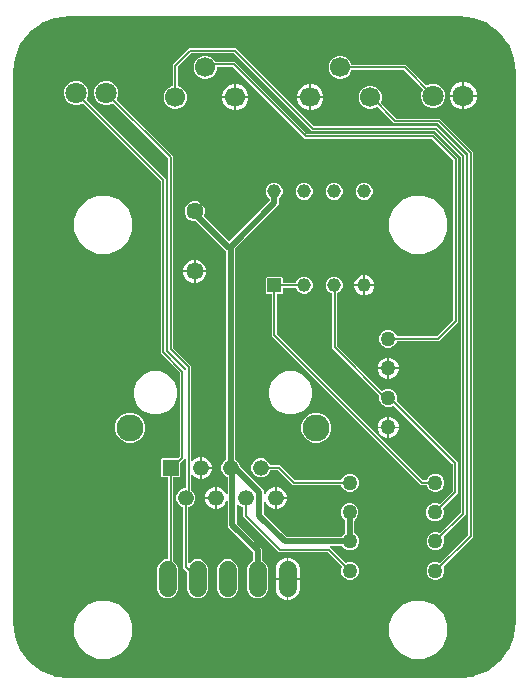
<source format=gbr>
G04 EAGLE Gerber RS-274X export*
G75*
%MOMM*%
%FSLAX34Y34*%
%LPD*%
%INTop Copper*%
%IPPOS*%
%AMOC8*
5,1,8,0,0,1.08239X$1,22.5*%
G01*
G04 Define Apertures*
%ADD10C,1.800000*%
%ADD11C,1.260000*%
%ADD12C,1.524000*%
%ADD13C,1.700000*%
%ADD14C,2.280000*%
%ADD15R,1.335000X1.335000*%
%ADD16C,1.335000*%
%ADD17C,1.450000*%
%ADD18R,1.170000X1.170000*%
%ADD19C,1.170000*%
%ADD20C,0.152400*%
%ADD21C,0.508000*%
G36*
X337249Y3309D02*
X337150Y3302D01*
X6820Y3302D01*
X6721Y3309D01*
X-5497Y4917D01*
X-5689Y4969D01*
X-17075Y9684D01*
X-17247Y9784D01*
X-27024Y17286D01*
X-27164Y17426D01*
X-34666Y27203D01*
X-34766Y27375D01*
X-39482Y38761D01*
X-39533Y38953D01*
X-41141Y51171D01*
X-41148Y51270D01*
X-41148Y516295D01*
X-41141Y516394D01*
X-39533Y528612D01*
X-39482Y528804D01*
X-34766Y540190D01*
X-34666Y540362D01*
X-27164Y550139D01*
X-27024Y550279D01*
X-17247Y557781D01*
X-17075Y557881D01*
X-5689Y562597D01*
X-5497Y562648D01*
X6721Y564256D01*
X6820Y564263D01*
X337150Y564263D01*
X337249Y564256D01*
X349467Y562648D01*
X349659Y562597D01*
X361045Y557881D01*
X361217Y557781D01*
X370994Y550279D01*
X371134Y550139D01*
X378636Y540362D01*
X378736Y540190D01*
X383452Y528804D01*
X383503Y528612D01*
X385111Y516394D01*
X385118Y516295D01*
X385118Y51270D01*
X385111Y51171D01*
X383503Y38953D01*
X383452Y38761D01*
X378736Y27375D01*
X378636Y27203D01*
X371134Y17426D01*
X370994Y17286D01*
X361217Y9784D01*
X361045Y9684D01*
X349659Y4969D01*
X349467Y4917D01*
X337249Y3309D01*
G37*
%LPC*%
G36*
X315364Y111810D02*
X318376Y111810D01*
X321158Y112962D01*
X323288Y115092D01*
X324440Y117874D01*
X324440Y120886D01*
X323700Y122671D01*
X323642Y122951D01*
X323698Y123249D01*
X323866Y123502D01*
X342392Y142028D01*
X342392Y446612D01*
X318342Y470662D01*
X214517Y470662D01*
X214231Y470718D01*
X213979Y470885D01*
X148162Y536702D01*
X108378Y536702D01*
X94488Y522812D01*
X94488Y505542D01*
X94435Y505262D01*
X94269Y505008D01*
X94018Y504838D01*
X90986Y503583D01*
X88237Y500834D01*
X86750Y497243D01*
X86750Y493357D01*
X88237Y489766D01*
X90986Y487017D01*
X94577Y485530D01*
X98463Y485530D01*
X102054Y487017D01*
X104803Y489766D01*
X106290Y493357D01*
X106290Y497243D01*
X104803Y500834D01*
X102054Y503583D01*
X99022Y504838D01*
X98784Y504995D01*
X98612Y505245D01*
X98552Y505542D01*
X98552Y520813D01*
X98608Y521099D01*
X98775Y521352D01*
X109839Y532415D01*
X110080Y532578D01*
X110377Y532638D01*
X146163Y532638D01*
X146449Y532582D01*
X146702Y532415D01*
X212518Y466598D01*
X316343Y466598D01*
X316629Y466542D01*
X316882Y466375D01*
X338105Y445152D01*
X338268Y444910D01*
X338328Y444613D01*
X338328Y144027D01*
X338272Y143741D01*
X338105Y143489D01*
X320992Y126376D01*
X320756Y126215D01*
X320459Y126152D01*
X320161Y126210D01*
X318376Y126950D01*
X315364Y126950D01*
X312582Y125798D01*
X310452Y123668D01*
X309300Y120886D01*
X309300Y117874D01*
X310452Y115092D01*
X312582Y112962D01*
X315364Y111810D01*
G37*
G36*
X312917Y486300D02*
X317003Y486300D01*
X320778Y487864D01*
X323666Y490753D01*
X325230Y494527D01*
X325230Y498613D01*
X323666Y502388D01*
X320778Y505276D01*
X317003Y506840D01*
X312917Y506840D01*
X309602Y505467D01*
X309323Y505409D01*
X309025Y505465D01*
X308772Y505632D01*
X291672Y522732D01*
X246462Y522732D01*
X246182Y522785D01*
X245928Y522951D01*
X245758Y523202D01*
X244503Y526234D01*
X241754Y528983D01*
X238163Y530470D01*
X234277Y530470D01*
X230686Y528983D01*
X227937Y526234D01*
X226450Y522643D01*
X226450Y518757D01*
X227937Y515166D01*
X230686Y512417D01*
X234277Y510930D01*
X238163Y510930D01*
X241754Y512417D01*
X244503Y515166D01*
X245758Y518198D01*
X245915Y518436D01*
X246165Y518608D01*
X246462Y518668D01*
X289673Y518668D01*
X289959Y518612D01*
X290212Y518445D01*
X305898Y502758D01*
X306058Y502522D01*
X306121Y502226D01*
X306063Y501928D01*
X304690Y498613D01*
X304690Y494527D01*
X306254Y490753D01*
X309143Y487864D01*
X312917Y486300D01*
G37*
G36*
X275354Y283260D02*
X278366Y283260D01*
X281148Y284412D01*
X283278Y286542D01*
X284017Y288328D01*
X284174Y288566D01*
X284424Y288738D01*
X284721Y288798D01*
X319823Y288798D01*
X336042Y305017D01*
X336042Y444072D01*
X315802Y464312D01*
X208167Y464312D01*
X207881Y464368D01*
X207629Y464535D01*
X146892Y525272D01*
X131110Y525272D01*
X130830Y525325D01*
X130576Y525491D01*
X130406Y525742D01*
X130203Y526234D01*
X127454Y528983D01*
X123863Y530470D01*
X119977Y530470D01*
X116386Y528983D01*
X113637Y526234D01*
X112150Y522643D01*
X112150Y518757D01*
X113637Y515166D01*
X116386Y512417D01*
X119977Y510930D01*
X123863Y510930D01*
X127454Y512417D01*
X130203Y515166D01*
X131690Y518757D01*
X131690Y520446D01*
X131741Y520721D01*
X131905Y520976D01*
X132155Y521148D01*
X132452Y521208D01*
X144893Y521208D01*
X145179Y521152D01*
X145432Y520985D01*
X206168Y460248D01*
X313803Y460248D01*
X314089Y460192D01*
X314342Y460025D01*
X331755Y442612D01*
X331918Y442370D01*
X331978Y442073D01*
X331978Y307016D01*
X331922Y306730D01*
X331755Y306477D01*
X318363Y293085D01*
X318121Y292922D01*
X317824Y292862D01*
X284721Y292862D01*
X284441Y292915D01*
X284187Y293081D01*
X284017Y293332D01*
X283278Y295118D01*
X281148Y297248D01*
X278366Y298400D01*
X275354Y298400D01*
X272572Y297248D01*
X270442Y295118D01*
X269290Y292336D01*
X269290Y289324D01*
X270442Y286542D01*
X272572Y284412D01*
X275354Y283260D01*
G37*
G36*
X88277Y70995D02*
X91813Y70995D01*
X95081Y72348D01*
X97582Y74849D01*
X98935Y78117D01*
X98935Y96893D01*
X97582Y100161D01*
X94988Y102755D01*
X94974Y102764D01*
X94802Y103014D01*
X94742Y103311D01*
X94742Y172903D01*
X94793Y173178D01*
X94957Y173433D01*
X95207Y173605D01*
X95504Y173665D01*
X99911Y173665D01*
X100655Y174409D01*
X100655Y185096D01*
X100711Y185382D01*
X100878Y185635D01*
X104617Y189374D01*
X104837Y189527D01*
X105132Y189596D01*
X105431Y189545D01*
X105686Y189382D01*
X105858Y189132D01*
X105918Y188835D01*
X105918Y164917D01*
X105867Y164642D01*
X105703Y164387D01*
X105453Y164215D01*
X105156Y164155D01*
X103830Y164155D01*
X100910Y162945D01*
X98675Y160711D01*
X97465Y157790D01*
X97465Y154630D01*
X98675Y151710D01*
X100910Y149475D01*
X102908Y148647D01*
X103146Y148490D01*
X103318Y148240D01*
X103378Y147943D01*
X103378Y96698D01*
X106332Y93744D01*
X106495Y93503D01*
X106555Y93206D01*
X106555Y78117D01*
X107908Y74849D01*
X110409Y72348D01*
X113677Y70995D01*
X117213Y70995D01*
X120481Y72348D01*
X122982Y74849D01*
X124335Y78117D01*
X124335Y96893D01*
X122982Y100161D01*
X120481Y102662D01*
X117213Y104015D01*
X113677Y104015D01*
X110409Y102662D01*
X108743Y100995D01*
X108523Y100842D01*
X108228Y100772D01*
X107929Y100823D01*
X107674Y100987D01*
X107502Y101237D01*
X107442Y101534D01*
X107442Y147943D01*
X107495Y148223D01*
X107661Y148477D01*
X107912Y148647D01*
X109911Y149475D01*
X112145Y151710D01*
X113355Y154630D01*
X113355Y157790D01*
X112145Y160711D01*
X110205Y162651D01*
X110042Y162892D01*
X109982Y163190D01*
X109982Y174866D01*
X110029Y175130D01*
X110188Y175388D01*
X110436Y175563D01*
X110732Y175628D01*
X111030Y175573D01*
X111283Y175405D01*
X112890Y173798D01*
X116277Y172395D01*
X117348Y172395D01*
X117348Y190825D01*
X116277Y190825D01*
X112890Y189422D01*
X111283Y187815D01*
X111063Y187662D01*
X110768Y187592D01*
X110469Y187643D01*
X110214Y187806D01*
X110042Y188056D01*
X109982Y188354D01*
X109982Y267542D01*
X94965Y282559D01*
X94802Y282800D01*
X94742Y283097D01*
X94742Y445342D01*
X47162Y492922D01*
X47002Y493158D01*
X46939Y493454D01*
X46997Y493752D01*
X48370Y497067D01*
X48370Y501153D01*
X46806Y504928D01*
X43918Y507816D01*
X40143Y509380D01*
X36057Y509380D01*
X32283Y507816D01*
X29394Y504928D01*
X27830Y501153D01*
X27830Y497067D01*
X29394Y493293D01*
X32283Y490404D01*
X36057Y488840D01*
X40143Y488840D01*
X43458Y490213D01*
X43737Y490271D01*
X44036Y490215D01*
X44288Y490048D01*
X90455Y443882D01*
X90618Y443640D01*
X90678Y443343D01*
X90678Y281098D01*
X105695Y266082D01*
X105858Y265840D01*
X105918Y265543D01*
X105918Y264555D01*
X105871Y264292D01*
X105712Y264034D01*
X105464Y263859D01*
X105168Y263793D01*
X104870Y263849D01*
X104617Y264017D01*
X88615Y280019D01*
X88452Y280260D01*
X88392Y280557D01*
X88392Y426292D01*
X21762Y492922D01*
X21602Y493158D01*
X21539Y493454D01*
X21597Y493752D01*
X22970Y497067D01*
X22970Y501153D01*
X21406Y504928D01*
X18518Y507816D01*
X14743Y509380D01*
X10657Y509380D01*
X6883Y507816D01*
X3994Y504928D01*
X2430Y501153D01*
X2430Y497067D01*
X3994Y493293D01*
X6883Y490404D01*
X10657Y488840D01*
X14743Y488840D01*
X18058Y490213D01*
X18337Y490271D01*
X18636Y490215D01*
X18888Y490048D01*
X84105Y424832D01*
X84268Y424590D01*
X84328Y424293D01*
X84328Y278558D01*
X100361Y262526D01*
X100524Y262284D01*
X100584Y261987D01*
X100584Y191403D01*
X100528Y191117D01*
X100361Y190865D01*
X99275Y189778D01*
X99033Y189615D01*
X98736Y189555D01*
X85509Y189555D01*
X84765Y188811D01*
X84765Y174409D01*
X85509Y173665D01*
X89916Y173665D01*
X90191Y173614D01*
X90446Y173450D01*
X90618Y173200D01*
X90678Y172903D01*
X90678Y104777D01*
X90627Y104502D01*
X90463Y104247D01*
X90213Y104075D01*
X89916Y104015D01*
X88277Y104015D01*
X85009Y102662D01*
X82508Y100161D01*
X81155Y96893D01*
X81155Y78117D01*
X82508Y74849D01*
X85009Y72348D01*
X88277Y70995D01*
G37*
G36*
X328820Y497332D02*
X339598Y497332D01*
X339598Y508110D01*
X338065Y508110D01*
X333823Y506353D01*
X330577Y503107D01*
X328820Y498865D01*
X328820Y497332D01*
G37*
G36*
X341122Y497332D02*
X351900Y497332D01*
X351900Y498865D01*
X350143Y503107D01*
X346897Y506353D01*
X342655Y508110D01*
X341122Y508110D01*
X341122Y497332D01*
G37*
G36*
X136280Y496062D02*
X146558Y496062D01*
X146558Y506340D01*
X145124Y506340D01*
X141066Y504659D01*
X137961Y501554D01*
X136280Y497496D01*
X136280Y496062D01*
G37*
G36*
X199780Y496062D02*
X210058Y496062D01*
X210058Y506340D01*
X208624Y506340D01*
X204566Y504659D01*
X201461Y501554D01*
X199780Y497496D01*
X199780Y496062D01*
G37*
G36*
X211582Y496062D02*
X221860Y496062D01*
X221860Y497496D01*
X220179Y501554D01*
X217074Y504659D01*
X213016Y506340D01*
X211582Y506340D01*
X211582Y496062D01*
G37*
G36*
X148082Y496062D02*
X158360Y496062D01*
X158360Y497496D01*
X156679Y501554D01*
X153574Y504659D01*
X149516Y506340D01*
X148082Y506340D01*
X148082Y496062D01*
G37*
G36*
X315364Y86762D02*
X318376Y86762D01*
X321158Y87914D01*
X323288Y90044D01*
X324440Y92826D01*
X324440Y95838D01*
X323700Y97623D01*
X323642Y97903D01*
X323698Y98201D01*
X323866Y98454D01*
X348742Y123330D01*
X348742Y449293D01*
X320769Y477266D01*
X284113Y477266D01*
X283827Y477322D01*
X283575Y477489D01*
X270671Y490392D01*
X270511Y490628D01*
X270448Y490925D01*
X270506Y491223D01*
X271390Y493357D01*
X271390Y497243D01*
X269903Y500834D01*
X267154Y503583D01*
X263563Y505070D01*
X259677Y505070D01*
X256086Y503583D01*
X253337Y500834D01*
X251850Y497243D01*
X251850Y493357D01*
X253337Y489766D01*
X256086Y487017D01*
X259677Y485530D01*
X263563Y485530D01*
X267154Y487017D01*
X267188Y487051D01*
X267418Y487209D01*
X267714Y487274D01*
X268013Y487218D01*
X268265Y487051D01*
X282114Y473202D01*
X318770Y473202D01*
X319056Y473146D01*
X319309Y472979D01*
X344455Y447833D01*
X344618Y447591D01*
X344678Y447294D01*
X344678Y125329D01*
X344622Y125043D01*
X344455Y124791D01*
X320992Y101328D01*
X320756Y101167D01*
X320459Y101104D01*
X320161Y101162D01*
X318376Y101902D01*
X315364Y101902D01*
X312582Y100750D01*
X310452Y98620D01*
X309300Y95838D01*
X309300Y92826D01*
X310452Y90044D01*
X312582Y87914D01*
X315364Y86762D01*
G37*
G36*
X341122Y485030D02*
X342655Y485030D01*
X346897Y486787D01*
X350143Y490033D01*
X351900Y494275D01*
X351900Y495808D01*
X341122Y495808D01*
X341122Y485030D01*
G37*
G36*
X338065Y485030D02*
X339598Y485030D01*
X339598Y495808D01*
X328820Y495808D01*
X328820Y494275D01*
X330577Y490033D01*
X333823Y486787D01*
X338065Y485030D01*
G37*
G36*
X145124Y484260D02*
X146558Y484260D01*
X146558Y494538D01*
X136280Y494538D01*
X136280Y493104D01*
X137961Y489046D01*
X141066Y485941D01*
X145124Y484260D01*
G37*
G36*
X148082Y484260D02*
X149516Y484260D01*
X153574Y485941D01*
X156679Y489046D01*
X158360Y493104D01*
X158360Y494538D01*
X148082Y494538D01*
X148082Y484260D01*
G37*
G36*
X208624Y484260D02*
X210058Y484260D01*
X210058Y494538D01*
X199780Y494538D01*
X199780Y493104D01*
X201461Y489046D01*
X204566Y485941D01*
X208624Y484260D01*
G37*
G36*
X211582Y484260D02*
X213016Y484260D01*
X217074Y485941D01*
X220179Y489046D01*
X221860Y493104D01*
X221860Y494538D01*
X211582Y494538D01*
X211582Y484260D01*
G37*
G36*
X229724Y408500D02*
X232556Y408500D01*
X235173Y409584D01*
X237176Y411587D01*
X238260Y414204D01*
X238260Y417036D01*
X237176Y419653D01*
X235173Y421656D01*
X232556Y422740D01*
X229724Y422740D01*
X227107Y421656D01*
X225104Y419653D01*
X224020Y417036D01*
X224020Y414204D01*
X225104Y411587D01*
X227107Y409584D01*
X229724Y408500D01*
G37*
G36*
X255124Y408500D02*
X257956Y408500D01*
X260573Y409584D01*
X262576Y411587D01*
X263660Y414204D01*
X263660Y417036D01*
X262576Y419653D01*
X260573Y421656D01*
X257956Y422740D01*
X255124Y422740D01*
X252507Y421656D01*
X250504Y419653D01*
X249420Y417036D01*
X249420Y414204D01*
X250504Y411587D01*
X252507Y409584D01*
X255124Y408500D01*
G37*
G36*
X204324Y408500D02*
X207156Y408500D01*
X209773Y409584D01*
X211776Y411587D01*
X212860Y414204D01*
X212860Y417036D01*
X211776Y419653D01*
X209773Y421656D01*
X207156Y422740D01*
X204324Y422740D01*
X201707Y421656D01*
X199704Y419653D01*
X198620Y417036D01*
X198620Y414204D01*
X199704Y411587D01*
X201707Y409584D01*
X204324Y408500D01*
G37*
G36*
X164477Y70995D02*
X168013Y70995D01*
X171281Y72348D01*
X173782Y74849D01*
X175135Y78117D01*
X175135Y96893D01*
X173782Y100161D01*
X171281Y102662D01*
X170525Y102974D01*
X170287Y103131D01*
X170115Y103381D01*
X170055Y103678D01*
X170055Y113213D01*
X148813Y134455D01*
X148650Y134696D01*
X148590Y134994D01*
X148590Y150754D01*
X148637Y151018D01*
X148796Y151276D01*
X149044Y151451D01*
X149340Y151516D01*
X149638Y151461D01*
X149891Y151293D01*
X151710Y149475D01*
X153708Y148647D01*
X153946Y148490D01*
X154118Y148240D01*
X154178Y147943D01*
X154178Y140128D01*
X184226Y110080D01*
X225533Y110080D01*
X225819Y110024D01*
X226072Y109857D01*
X237474Y98454D01*
X237635Y98218D01*
X237698Y97921D01*
X237640Y97623D01*
X236900Y95838D01*
X236900Y92826D01*
X238052Y90044D01*
X240182Y87914D01*
X242964Y86762D01*
X245976Y86762D01*
X248758Y87914D01*
X250888Y90044D01*
X252040Y92826D01*
X252040Y95838D01*
X250888Y98620D01*
X248758Y100750D01*
X245976Y101902D01*
X242964Y101902D01*
X241179Y101162D01*
X240899Y101104D01*
X240601Y101160D01*
X240348Y101328D01*
X227407Y114269D01*
X227254Y114489D01*
X227184Y114784D01*
X227235Y115083D01*
X227398Y115338D01*
X227648Y115510D01*
X227945Y115570D01*
X237345Y115570D01*
X237626Y115517D01*
X237880Y115351D01*
X238049Y115100D01*
X238052Y115092D01*
X240182Y112962D01*
X242964Y111810D01*
X245976Y111810D01*
X248758Y112962D01*
X250888Y115092D01*
X252040Y117874D01*
X252040Y120886D01*
X250888Y123668D01*
X248758Y125798D01*
X248750Y125801D01*
X248512Y125957D01*
X248340Y126208D01*
X248280Y126505D01*
X248280Y137003D01*
X248336Y137289D01*
X248503Y137542D01*
X250536Y139574D01*
X251688Y142356D01*
X251688Y145368D01*
X250536Y148150D01*
X248406Y150280D01*
X245624Y151432D01*
X242612Y151432D01*
X239830Y150280D01*
X237700Y148150D01*
X236548Y145368D01*
X236548Y142356D01*
X237700Y139574D01*
X239830Y137444D01*
X240190Y137296D01*
X240428Y137139D01*
X240600Y136889D01*
X240660Y136592D01*
X240660Y126505D01*
X240607Y126224D01*
X240441Y125970D01*
X240190Y125801D01*
X240182Y125798D01*
X238052Y123668D01*
X238049Y123660D01*
X237893Y123422D01*
X237643Y123250D01*
X237345Y123190D01*
X191510Y123190D01*
X191224Y123246D01*
X190971Y123413D01*
X171856Y142528D01*
X171693Y142770D01*
X171633Y143067D01*
X171633Y152386D01*
X171678Y152643D01*
X171835Y152903D01*
X172081Y153080D01*
X172377Y153148D01*
X172675Y153094D01*
X172930Y152929D01*
X173099Y152677D01*
X173798Y150990D01*
X176390Y148398D01*
X179777Y146995D01*
X180848Y146995D01*
X180848Y165425D01*
X179777Y165425D01*
X176390Y164022D01*
X173798Y161430D01*
X173099Y159743D01*
X172959Y159522D01*
X172714Y159342D01*
X172419Y159273D01*
X172120Y159323D01*
X171865Y159487D01*
X171693Y159737D01*
X171633Y160034D01*
X171633Y162685D01*
X151678Y182640D01*
X151515Y182882D01*
X151455Y183179D01*
X151455Y183190D01*
X150245Y186111D01*
X148011Y188345D01*
X147784Y188439D01*
X147546Y188596D01*
X147374Y188846D01*
X147314Y189143D01*
X147314Y367060D01*
X147370Y367346D01*
X147537Y367599D01*
X184150Y404212D01*
X184150Y409045D01*
X184206Y409331D01*
X184373Y409584D01*
X186376Y411587D01*
X187460Y414204D01*
X187460Y417036D01*
X186376Y419653D01*
X184373Y421656D01*
X181756Y422740D01*
X178924Y422740D01*
X176307Y421656D01*
X174304Y419653D01*
X173220Y417036D01*
X173220Y414204D01*
X174304Y411587D01*
X176307Y409584D01*
X176470Y409342D01*
X176530Y409045D01*
X176530Y407684D01*
X176474Y407398D01*
X176307Y407145D01*
X142773Y373611D01*
X142542Y373453D01*
X142246Y373388D01*
X141948Y373443D01*
X141695Y373611D01*
X120935Y394371D01*
X120775Y394607D01*
X120712Y394904D01*
X120770Y395202D01*
X121550Y397085D01*
X121550Y400475D01*
X120253Y403606D01*
X117856Y406003D01*
X114725Y407300D01*
X111335Y407300D01*
X108204Y406003D01*
X105807Y403606D01*
X104510Y400475D01*
X104510Y397085D01*
X105807Y393954D01*
X108204Y391557D01*
X111335Y390260D01*
X113954Y390260D01*
X114240Y390204D01*
X114493Y390037D01*
X139471Y365059D01*
X139634Y364817D01*
X139694Y364520D01*
X139694Y189138D01*
X139641Y188858D01*
X139475Y188604D01*
X139224Y188434D01*
X139010Y188345D01*
X136775Y186111D01*
X135565Y183190D01*
X135565Y180030D01*
X136775Y177110D01*
X139010Y174875D01*
X140500Y174257D01*
X140738Y174101D01*
X140910Y173851D01*
X140970Y173553D01*
X140970Y159592D01*
X140925Y159335D01*
X140768Y159076D01*
X140522Y158898D01*
X140226Y158831D01*
X139928Y158884D01*
X139674Y159049D01*
X139504Y159301D01*
X138622Y161430D01*
X136030Y164022D01*
X132643Y165425D01*
X131572Y165425D01*
X131572Y146995D01*
X132643Y146995D01*
X136030Y148398D01*
X138622Y150990D01*
X139504Y153119D01*
X139644Y153340D01*
X139889Y153519D01*
X140184Y153589D01*
X140483Y153538D01*
X140738Y153375D01*
X140910Y153125D01*
X140970Y152828D01*
X140970Y131522D01*
X162212Y110280D01*
X162375Y110038D01*
X162435Y109741D01*
X162435Y103678D01*
X162382Y103398D01*
X162216Y103144D01*
X161965Y102974D01*
X161209Y102662D01*
X158708Y100161D01*
X157355Y96893D01*
X157355Y78117D01*
X158708Y74849D01*
X161209Y72348D01*
X164477Y70995D01*
G37*
G36*
X297380Y362818D02*
X307140Y362818D01*
X316156Y366553D01*
X323057Y373454D01*
X326792Y382470D01*
X326792Y392230D01*
X323057Y401246D01*
X316156Y408147D01*
X307140Y411882D01*
X297380Y411882D01*
X288364Y408147D01*
X281463Y401246D01*
X277728Y392230D01*
X277728Y382470D01*
X281463Y373454D01*
X288364Y366553D01*
X297380Y362818D01*
G37*
G36*
X30680Y362818D02*
X40440Y362818D01*
X49456Y366553D01*
X56357Y373454D01*
X60092Y382470D01*
X60092Y392230D01*
X56357Y401246D01*
X49456Y408147D01*
X40440Y411882D01*
X30680Y411882D01*
X21664Y408147D01*
X14763Y401246D01*
X11028Y392230D01*
X11028Y382470D01*
X14763Y373454D01*
X21664Y366553D01*
X30680Y362818D01*
G37*
G36*
X113792Y348742D02*
X122820Y348742D01*
X122820Y349927D01*
X121330Y353526D01*
X118576Y356280D01*
X114977Y357770D01*
X113792Y357770D01*
X113792Y348742D01*
G37*
G36*
X103240Y348742D02*
X112268Y348742D01*
X112268Y357770D01*
X111083Y357770D01*
X107484Y356280D01*
X104730Y353526D01*
X103240Y349927D01*
X103240Y348742D01*
G37*
G36*
X111083Y338190D02*
X112268Y338190D01*
X112268Y347218D01*
X103240Y347218D01*
X103240Y346033D01*
X104730Y342434D01*
X107484Y339680D01*
X111083Y338190D01*
G37*
G36*
X113792Y338190D02*
X114977Y338190D01*
X118576Y339680D01*
X121330Y342434D01*
X122820Y346033D01*
X122820Y347218D01*
X113792Y347218D01*
X113792Y338190D01*
G37*
G36*
X257302Y336982D02*
X264930Y336982D01*
X264930Y337889D01*
X263653Y340973D01*
X261293Y343333D01*
X258209Y344610D01*
X257302Y344610D01*
X257302Y336982D01*
G37*
G36*
X248150Y336982D02*
X255778Y336982D01*
X255778Y344610D01*
X254871Y344610D01*
X251787Y343333D01*
X249427Y340973D01*
X248150Y337889D01*
X248150Y336982D01*
G37*
G36*
X315364Y161340D02*
X318376Y161340D01*
X321158Y162492D01*
X323288Y164622D01*
X324440Y167404D01*
X324440Y170416D01*
X323288Y173198D01*
X321158Y175328D01*
X318376Y176480D01*
X315364Y176480D01*
X312582Y175328D01*
X310452Y173198D01*
X309713Y171412D01*
X309556Y171174D01*
X309306Y171002D01*
X309009Y170942D01*
X306804Y170942D01*
X306518Y170998D01*
X306265Y171165D01*
X182595Y294835D01*
X182432Y295077D01*
X182372Y295374D01*
X182372Y328338D01*
X182423Y328613D01*
X182587Y328868D01*
X182837Y329040D01*
X183134Y329100D01*
X186716Y329100D01*
X187460Y329844D01*
X187460Y333426D01*
X187511Y333701D01*
X187675Y333956D01*
X187925Y334128D01*
X188222Y334188D01*
X198366Y334188D01*
X198646Y334135D01*
X198900Y333969D01*
X199070Y333718D01*
X199704Y332187D01*
X201707Y330184D01*
X204324Y329100D01*
X207156Y329100D01*
X209773Y330184D01*
X211776Y332187D01*
X212860Y334804D01*
X212860Y337636D01*
X211776Y340253D01*
X209773Y342256D01*
X207156Y343340D01*
X204324Y343340D01*
X201707Y342256D01*
X199704Y340253D01*
X199070Y338722D01*
X198913Y338484D01*
X198663Y338312D01*
X198366Y338252D01*
X188222Y338252D01*
X187947Y338303D01*
X187692Y338467D01*
X187520Y338717D01*
X187460Y339014D01*
X187460Y342596D01*
X186716Y343340D01*
X173964Y343340D01*
X173220Y342596D01*
X173220Y329844D01*
X173964Y329100D01*
X177546Y329100D01*
X177821Y329049D01*
X178076Y328885D01*
X178248Y328635D01*
X178308Y328338D01*
X178308Y293375D01*
X304805Y166878D01*
X309009Y166878D01*
X309289Y166825D01*
X309543Y166659D01*
X309713Y166408D01*
X310452Y164622D01*
X312582Y162492D01*
X315364Y161340D01*
G37*
G36*
X315012Y136292D02*
X318024Y136292D01*
X320806Y137444D01*
X322936Y139574D01*
X324088Y142356D01*
X324088Y145368D01*
X323348Y147153D01*
X323290Y147433D01*
X323346Y147731D01*
X323514Y147984D01*
X335575Y160045D01*
X335575Y186259D01*
X284228Y237606D01*
X284067Y237842D01*
X284004Y238139D01*
X284062Y238437D01*
X284430Y239324D01*
X284430Y242336D01*
X283278Y245118D01*
X281148Y247248D01*
X278366Y248400D01*
X275354Y248400D01*
X272572Y247248D01*
X272213Y246888D01*
X271982Y246730D01*
X271686Y246665D01*
X271388Y246721D01*
X271135Y246888D01*
X233657Y284367D01*
X233494Y284608D01*
X233434Y284905D01*
X233434Y328954D01*
X233487Y329235D01*
X233653Y329489D01*
X233904Y329658D01*
X235173Y330184D01*
X237176Y332187D01*
X238260Y334804D01*
X238260Y337636D01*
X237176Y340253D01*
X235173Y342256D01*
X232556Y343340D01*
X229724Y343340D01*
X227107Y342256D01*
X225104Y340253D01*
X224020Y337636D01*
X224020Y334804D01*
X225104Y332187D01*
X227107Y330184D01*
X228900Y329441D01*
X229138Y329285D01*
X229310Y329035D01*
X229370Y328737D01*
X229370Y282906D01*
X269121Y243156D01*
X269281Y242920D01*
X269344Y242623D01*
X269290Y242347D01*
X269290Y239324D01*
X270442Y236542D01*
X272572Y234412D01*
X275354Y233260D01*
X278366Y233260D01*
X281049Y234372D01*
X281329Y234430D01*
X281627Y234374D01*
X281880Y234206D01*
X331287Y184799D01*
X331450Y184557D01*
X331511Y184260D01*
X331511Y162044D01*
X331455Y161758D01*
X331287Y161505D01*
X320640Y150858D01*
X320404Y150697D01*
X320107Y150634D01*
X319809Y150692D01*
X318024Y151432D01*
X315012Y151432D01*
X312230Y150280D01*
X310100Y148150D01*
X308948Y145368D01*
X308948Y142356D01*
X310100Y139574D01*
X312230Y137444D01*
X315012Y136292D01*
G37*
G36*
X257302Y327830D02*
X258209Y327830D01*
X261293Y329107D01*
X263653Y331467D01*
X264930Y334551D01*
X264930Y335458D01*
X257302Y335458D01*
X257302Y327830D01*
G37*
G36*
X254871Y327830D02*
X255778Y327830D01*
X255778Y335458D01*
X248150Y335458D01*
X248150Y334551D01*
X249427Y331467D01*
X251787Y329107D01*
X254871Y327830D01*
G37*
G36*
X277622Y266592D02*
X285700Y266592D01*
X285700Y267588D01*
X284354Y270837D01*
X281867Y273324D01*
X278618Y274670D01*
X277622Y274670D01*
X277622Y266592D01*
G37*
G36*
X268020Y266592D02*
X276098Y266592D01*
X276098Y274670D01*
X275102Y274670D01*
X271853Y273324D01*
X269366Y270837D01*
X268020Y267588D01*
X268020Y266592D01*
G37*
G36*
X277622Y256990D02*
X278618Y256990D01*
X281867Y258336D01*
X284354Y260823D01*
X285700Y264072D01*
X285700Y265068D01*
X277622Y265068D01*
X277622Y256990D01*
G37*
G36*
X275102Y256990D02*
X276098Y256990D01*
X276098Y265068D01*
X268020Y265068D01*
X268020Y264072D01*
X269366Y260823D01*
X271853Y258336D01*
X275102Y256990D01*
G37*
G36*
X190673Y226828D02*
X197947Y226828D01*
X204666Y229611D01*
X209809Y234754D01*
X212592Y241473D01*
X212592Y248747D01*
X209809Y255466D01*
X204666Y260609D01*
X197947Y263392D01*
X190673Y263392D01*
X183954Y260609D01*
X178811Y255466D01*
X176028Y248747D01*
X176028Y241473D01*
X178811Y234754D01*
X183954Y229611D01*
X190673Y226828D01*
G37*
G36*
X76373Y226828D02*
X83647Y226828D01*
X90366Y229611D01*
X95509Y234754D01*
X98292Y241473D01*
X98292Y248747D01*
X95509Y255466D01*
X90366Y260609D01*
X83647Y263392D01*
X76373Y263392D01*
X69654Y260609D01*
X64511Y255466D01*
X61728Y248747D01*
X61728Y241473D01*
X64511Y234754D01*
X69654Y229611D01*
X76373Y226828D01*
G37*
G36*
X55890Y202940D02*
X60930Y202940D01*
X65587Y204869D01*
X69151Y208433D01*
X71080Y213090D01*
X71080Y218130D01*
X69151Y222787D01*
X65587Y226351D01*
X60930Y228280D01*
X55890Y228280D01*
X51233Y226351D01*
X47669Y222787D01*
X45740Y218130D01*
X45740Y213090D01*
X47669Y208433D01*
X51233Y204869D01*
X55890Y202940D01*
G37*
G36*
X213390Y202940D02*
X218430Y202940D01*
X223087Y204869D01*
X226651Y208433D01*
X228580Y213090D01*
X228580Y218130D01*
X226651Y222787D01*
X223087Y226351D01*
X218430Y228280D01*
X213390Y228280D01*
X208733Y226351D01*
X205169Y222787D01*
X203240Y218130D01*
X203240Y213090D01*
X205169Y208433D01*
X208733Y204869D01*
X213390Y202940D01*
G37*
G36*
X268020Y216592D02*
X276098Y216592D01*
X276098Y224670D01*
X275102Y224670D01*
X271853Y223324D01*
X269366Y220837D01*
X268020Y217588D01*
X268020Y216592D01*
G37*
G36*
X277622Y216592D02*
X285700Y216592D01*
X285700Y217588D01*
X284354Y220837D01*
X281867Y223324D01*
X278618Y224670D01*
X277622Y224670D01*
X277622Y216592D01*
G37*
G36*
X277622Y206990D02*
X278618Y206990D01*
X281867Y208336D01*
X284354Y210823D01*
X285700Y214072D01*
X285700Y215068D01*
X277622Y215068D01*
X277622Y206990D01*
G37*
G36*
X275102Y206990D02*
X276098Y206990D01*
X276098Y215068D01*
X268020Y215068D01*
X268020Y214072D01*
X269366Y210823D01*
X271853Y208336D01*
X275102Y206990D01*
G37*
G36*
X118872Y182372D02*
X127325Y182372D01*
X127325Y183443D01*
X125922Y186830D01*
X123330Y189422D01*
X119943Y190825D01*
X118872Y190825D01*
X118872Y182372D01*
G37*
G36*
X242964Y161340D02*
X245976Y161340D01*
X248758Y162492D01*
X250888Y164622D01*
X252040Y167404D01*
X252040Y170416D01*
X250888Y173198D01*
X248758Y175328D01*
X245976Y176480D01*
X242964Y176480D01*
X240182Y175328D01*
X238052Y173198D01*
X237313Y171412D01*
X237156Y171174D01*
X236906Y171002D01*
X236609Y170942D01*
X198007Y170942D01*
X197721Y170998D01*
X197469Y171165D01*
X184992Y183642D01*
X177177Y183642D01*
X176897Y183695D01*
X176643Y183861D01*
X176473Y184112D01*
X175645Y186111D01*
X173411Y188345D01*
X170490Y189555D01*
X167330Y189555D01*
X164410Y188345D01*
X162175Y186111D01*
X160965Y183190D01*
X160965Y180030D01*
X162175Y177110D01*
X164410Y174875D01*
X167330Y173665D01*
X170490Y173665D01*
X173411Y174875D01*
X175645Y177110D01*
X176473Y179108D01*
X176630Y179346D01*
X176880Y179518D01*
X177177Y179578D01*
X182993Y179578D01*
X183279Y179522D01*
X183532Y179355D01*
X196008Y166878D01*
X236609Y166878D01*
X236889Y166825D01*
X237143Y166659D01*
X237313Y166408D01*
X238052Y164622D01*
X240182Y162492D01*
X242964Y161340D01*
G37*
G36*
X118872Y172395D02*
X119943Y172395D01*
X123330Y173798D01*
X125922Y176390D01*
X127325Y179777D01*
X127325Y180848D01*
X118872Y180848D01*
X118872Y172395D01*
G37*
G36*
X121595Y156972D02*
X130048Y156972D01*
X130048Y165425D01*
X128977Y165425D01*
X125590Y164022D01*
X122998Y161430D01*
X121595Y158043D01*
X121595Y156972D01*
G37*
G36*
X182372Y156972D02*
X190825Y156972D01*
X190825Y158043D01*
X189422Y161430D01*
X186830Y164022D01*
X183443Y165425D01*
X182372Y165425D01*
X182372Y156972D01*
G37*
G36*
X182372Y146995D02*
X183443Y146995D01*
X186830Y148398D01*
X189422Y150990D01*
X190825Y154377D01*
X190825Y155448D01*
X182372Y155448D01*
X182372Y146995D01*
G37*
G36*
X128977Y146995D02*
X130048Y146995D01*
X130048Y155448D01*
X121595Y155448D01*
X121595Y154377D01*
X122998Y150990D01*
X125590Y148398D01*
X128977Y146995D01*
G37*
G36*
X181485Y88267D02*
X190883Y88267D01*
X190883Y105285D01*
X189624Y105285D01*
X185890Y103738D01*
X183032Y100880D01*
X181485Y97146D01*
X181485Y88267D01*
G37*
G36*
X192407Y88267D02*
X201805Y88267D01*
X201805Y97146D01*
X200258Y100880D01*
X197400Y103738D01*
X193666Y105285D01*
X192407Y105285D01*
X192407Y88267D01*
G37*
G36*
X139077Y70995D02*
X142613Y70995D01*
X145881Y72348D01*
X148382Y74849D01*
X149735Y78117D01*
X149735Y96893D01*
X148382Y100161D01*
X145881Y102662D01*
X142613Y104015D01*
X139077Y104015D01*
X135809Y102662D01*
X133308Y100161D01*
X131955Y96893D01*
X131955Y78117D01*
X133308Y74849D01*
X135809Y72348D01*
X139077Y70995D01*
G37*
G36*
X192407Y69725D02*
X193666Y69725D01*
X197400Y71272D01*
X200258Y74130D01*
X201805Y77864D01*
X201805Y86743D01*
X192407Y86743D01*
X192407Y69725D01*
G37*
G36*
X189624Y69725D02*
X190883Y69725D01*
X190883Y86743D01*
X181485Y86743D01*
X181485Y77864D01*
X183032Y74130D01*
X185890Y71272D01*
X189624Y69725D01*
G37*
G36*
X297380Y19918D02*
X307140Y19918D01*
X316156Y23653D01*
X323057Y30554D01*
X326792Y39570D01*
X326792Y49330D01*
X323057Y58346D01*
X316156Y65247D01*
X307140Y68982D01*
X297380Y68982D01*
X288364Y65247D01*
X281463Y58346D01*
X277728Y49330D01*
X277728Y39570D01*
X281463Y30554D01*
X288364Y23653D01*
X297380Y19918D01*
G37*
G36*
X30680Y19918D02*
X40440Y19918D01*
X49456Y23653D01*
X56357Y30554D01*
X60092Y39570D01*
X60092Y49330D01*
X56357Y58346D01*
X49456Y65247D01*
X40440Y68982D01*
X30680Y68982D01*
X21664Y65247D01*
X14763Y58346D01*
X11028Y49330D01*
X11028Y39570D01*
X14763Y30554D01*
X21664Y23653D01*
X30680Y19918D01*
G37*
%LPD*%
D10*
X340360Y496570D03*
X314960Y496570D03*
D11*
X276860Y290830D03*
X276860Y265830D03*
X276860Y240830D03*
X276860Y215830D03*
D12*
X191645Y95125D02*
X191645Y79885D01*
X166245Y79885D02*
X166245Y95125D01*
X140845Y95125D02*
X140845Y79885D01*
X115445Y79885D02*
X115445Y95125D01*
X90045Y95125D02*
X90045Y79885D01*
D13*
X261620Y495300D03*
X236220Y520700D03*
X210820Y495300D03*
D14*
X58410Y215610D03*
X215910Y215610D03*
D15*
X92710Y181610D03*
D16*
X105410Y156210D03*
X118110Y181610D03*
X130810Y156210D03*
X143510Y181610D03*
X156210Y156210D03*
X168910Y181610D03*
X181610Y156210D03*
D13*
X147320Y495300D03*
X121920Y520700D03*
X96520Y495300D03*
D11*
X244470Y94332D03*
X316870Y94332D03*
X316870Y119380D03*
X244470Y119380D03*
X316518Y143862D03*
X244118Y143862D03*
D17*
X113030Y398780D03*
X113030Y347980D03*
D11*
X316870Y168910D03*
X244470Y168910D03*
D18*
X180340Y336220D03*
D19*
X205740Y336220D03*
X231140Y336220D03*
X256540Y336220D03*
X256540Y415620D03*
X231140Y415620D03*
X205740Y415620D03*
X180340Y415620D03*
D10*
X12700Y499110D03*
X38100Y499110D03*
D20*
X105410Y156210D02*
X105410Y97540D01*
X115445Y87505D01*
X107950Y158750D02*
X107950Y266700D01*
X107950Y158750D02*
X105410Y156210D01*
X107950Y266700D02*
X92710Y281940D01*
X92710Y444500D02*
X38100Y499110D01*
X92710Y444500D02*
X92710Y281940D01*
D21*
X143510Y181610D02*
X144780Y180340D01*
X144780Y133100D01*
X166245Y111635D02*
X166245Y87505D01*
X166245Y111635D02*
X144780Y133100D01*
X143504Y181616D02*
X143504Y368954D01*
X143504Y181616D02*
X143510Y181610D01*
X147320Y181610D02*
X167823Y161107D01*
X147320Y181610D02*
X143510Y181610D01*
X167823Y161107D02*
X167823Y141173D01*
X189616Y119380D01*
X244470Y119380D01*
X142234Y367684D02*
X143504Y368954D01*
X180340Y405790D02*
X180340Y415620D01*
X180340Y405790D02*
X143504Y368954D01*
X142234Y367684D02*
X113030Y396888D01*
X113030Y398780D01*
X244470Y143510D02*
X244470Y119380D01*
X244470Y143510D02*
X244118Y143862D01*
D20*
X92710Y181610D02*
X92710Y90170D01*
X90045Y87505D01*
X86360Y425450D02*
X12700Y499110D01*
X86360Y425450D02*
X86360Y279400D01*
X102616Y190246D02*
X93980Y181610D01*
X92710Y181610D01*
X102616Y190246D02*
X102616Y263144D01*
X86360Y279400D01*
X156210Y140970D02*
X185068Y112112D01*
X156210Y140970D02*
X156210Y156210D01*
X226690Y112112D02*
X244470Y94332D01*
X226690Y112112D02*
X185068Y112112D01*
X236220Y520700D02*
X290830Y520700D01*
X314960Y496570D01*
X314960Y462280D02*
X207010Y462280D01*
X146050Y523240D01*
X124460Y523240D01*
X121920Y520700D01*
X314960Y462280D02*
X334010Y443230D01*
X334010Y305859D01*
X318981Y290830D01*
X276860Y290830D01*
X276860Y240830D02*
X274320Y240830D01*
X231402Y283748D01*
X276860Y240830D02*
X278130Y240830D01*
X333543Y185417D01*
X333543Y160887D01*
X316518Y143862D01*
X231402Y283748D02*
X231402Y335958D01*
X231140Y336220D01*
X340360Y142870D02*
X316870Y119380D01*
X340360Y142870D02*
X340360Y445770D01*
X317500Y468630D01*
X213360Y468630D01*
X147320Y534670D01*
X109220Y534670D01*
X96520Y521970D01*
X96520Y495300D01*
X346710Y124172D02*
X316870Y94332D01*
X262890Y495300D02*
X261620Y495300D01*
X282956Y475234D02*
X319927Y475234D01*
X282956Y475234D02*
X262890Y495300D01*
X346710Y448451D02*
X346710Y124172D01*
X346710Y448451D02*
X319927Y475234D01*
X316870Y168910D02*
X305647Y168910D01*
X180340Y294217D01*
X180340Y336220D01*
X205740Y336220D01*
X196850Y168910D02*
X244470Y168910D01*
X196850Y168910D02*
X184150Y181610D01*
X168910Y181610D01*
M02*

</source>
